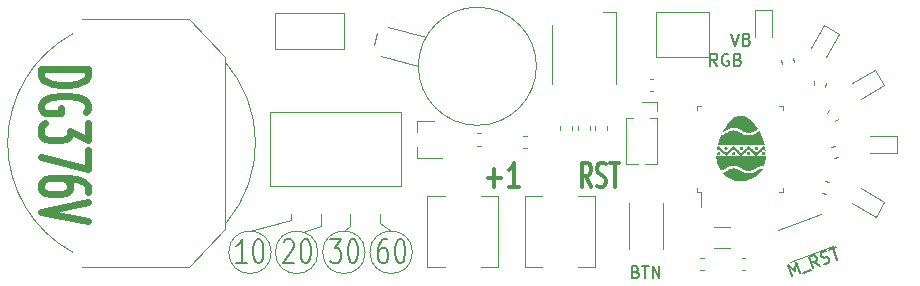
<source format=gbr>
%TF.GenerationSoftware,KiCad,Pcbnew,(5.99.0-1734-g575ad7128)*%
%TF.CreationDate,2020-06-02T15:09:08-04:00*%
%TF.ProjectId,DG376_KiCad,44473337-365f-44b6-9943-61642e6b6963,rev?*%
%TF.SameCoordinates,Original*%
%TF.FileFunction,Legend,Top*%
%TF.FilePolarity,Positive*%
%FSLAX46Y46*%
G04 Gerber Fmt 4.6, Leading zero omitted, Abs format (unit mm)*
G04 Created by KiCad (PCBNEW (5.99.0-1734-g575ad7128)) date 2020-06-02 15:09:08*
%MOMM*%
%LPD*%
G01*
G04 APERTURE LIST*
%ADD10C,0.600000*%
%ADD11C,0.150000*%
%ADD12C,0.325000*%
%ADD13C,0.350000*%
%ADD14C,0.120000*%
G04 APERTURE END LIST*
D10*
X72290476Y-53714285D02*
X76290476Y-53714285D01*
X76290476Y-54285714D01*
X76100000Y-54628571D01*
X75719047Y-54857142D01*
X75338095Y-54971428D01*
X74576190Y-55085714D01*
X74004761Y-55085714D01*
X73242857Y-54971428D01*
X72861904Y-54857142D01*
X72480952Y-54628571D01*
X72290476Y-54285714D01*
X72290476Y-53714285D01*
X76100000Y-57371428D02*
X76290476Y-57142857D01*
X76290476Y-56800000D01*
X76100000Y-56457142D01*
X75719047Y-56228571D01*
X75338095Y-56114285D01*
X74576190Y-56000000D01*
X74004761Y-56000000D01*
X73242857Y-56114285D01*
X72861904Y-56228571D01*
X72480952Y-56457142D01*
X72290476Y-56800000D01*
X72290476Y-57028571D01*
X72480952Y-57371428D01*
X72671428Y-57485714D01*
X74004761Y-57485714D01*
X74004761Y-57028571D01*
X76290476Y-58285714D02*
X76290476Y-59771428D01*
X74766666Y-58971428D01*
X74766666Y-59314285D01*
X74576190Y-59542857D01*
X74385714Y-59657142D01*
X74004761Y-59771428D01*
X73052380Y-59771428D01*
X72671428Y-59657142D01*
X72480952Y-59542857D01*
X72290476Y-59314285D01*
X72290476Y-58628571D01*
X72480952Y-58400000D01*
X72671428Y-58285714D01*
X76290476Y-60571428D02*
X76290476Y-62171428D01*
X72290476Y-61142857D01*
X76290476Y-64114285D02*
X76290476Y-63657142D01*
X76100000Y-63428571D01*
X75909523Y-63314285D01*
X75338095Y-63085714D01*
X74576190Y-62971428D01*
X73052380Y-62971428D01*
X72671428Y-63085714D01*
X72480952Y-63200000D01*
X72290476Y-63428571D01*
X72290476Y-63885714D01*
X72480952Y-64114285D01*
X72671428Y-64228571D01*
X73052380Y-64342857D01*
X74004761Y-64342857D01*
X74385714Y-64228571D01*
X74576190Y-64114285D01*
X74766666Y-63885714D01*
X74766666Y-63428571D01*
X74576190Y-63200000D01*
X74385714Y-63085714D01*
X74004761Y-62971428D01*
X76290476Y-65028571D02*
X72290476Y-65828571D01*
X76290476Y-66628571D01*
D11*
X122666666Y-70928571D02*
X122809523Y-70976190D01*
X122857142Y-71023809D01*
X122904761Y-71119047D01*
X122904761Y-71261904D01*
X122857142Y-71357142D01*
X122809523Y-71404761D01*
X122714285Y-71452380D01*
X122333333Y-71452380D01*
X122333333Y-70452380D01*
X122666666Y-70452380D01*
X122761904Y-70500000D01*
X122809523Y-70547619D01*
X122857142Y-70642857D01*
X122857142Y-70738095D01*
X122809523Y-70833333D01*
X122761904Y-70880952D01*
X122666666Y-70928571D01*
X122333333Y-70928571D01*
X123190476Y-70452380D02*
X123761904Y-70452380D01*
X123476190Y-71452380D02*
X123476190Y-70452380D01*
X124095238Y-71452380D02*
X124095238Y-70452380D01*
X124666666Y-71452380D01*
X124666666Y-70452380D01*
X135908217Y-71233569D02*
X135566197Y-70293876D01*
X136123728Y-70851079D01*
X136192658Y-70065863D01*
X136534679Y-71005555D01*
X136790988Y-71013617D02*
X137506944Y-70753030D01*
X138235075Y-70386662D02*
X137758977Y-70053196D01*
X137698107Y-70582102D02*
X137356087Y-69642409D01*
X137714065Y-69512116D01*
X137819847Y-69524290D01*
X137880881Y-69552750D01*
X137958201Y-69625958D01*
X138007061Y-69760200D01*
X137994887Y-69865981D01*
X137966427Y-69927015D01*
X137893219Y-70004336D01*
X137535241Y-70134629D01*
X138576766Y-70211621D02*
X138727295Y-70207508D01*
X138951031Y-70126075D01*
X139024239Y-70048754D01*
X139052699Y-69987720D01*
X139064873Y-69881939D01*
X139032300Y-69792445D01*
X138954979Y-69719237D01*
X138893945Y-69690776D01*
X138788164Y-69678602D01*
X138592888Y-69699002D01*
X138487107Y-69686828D01*
X138426073Y-69658367D01*
X138348753Y-69585159D01*
X138316179Y-69495665D01*
X138328353Y-69389884D01*
X138356814Y-69328850D01*
X138430022Y-69251529D01*
X138653758Y-69170096D01*
X138804287Y-69165983D01*
X139056483Y-69023516D02*
X139593451Y-68828076D01*
X139666987Y-69865488D02*
X139324967Y-68925796D01*
D12*
X118888095Y-63704761D02*
X118454761Y-62752380D01*
X118145238Y-63704761D02*
X118145238Y-61704761D01*
X118640476Y-61704761D01*
X118764285Y-61800000D01*
X118826190Y-61895238D01*
X118888095Y-62085714D01*
X118888095Y-62371428D01*
X118826190Y-62561904D01*
X118764285Y-62657142D01*
X118640476Y-62752380D01*
X118145238Y-62752380D01*
X119383333Y-63609523D02*
X119569047Y-63704761D01*
X119878571Y-63704761D01*
X120002380Y-63609523D01*
X120064285Y-63514285D01*
X120126190Y-63323809D01*
X120126190Y-63133333D01*
X120064285Y-62942857D01*
X120002380Y-62847619D01*
X119878571Y-62752380D01*
X119630952Y-62657142D01*
X119507142Y-62561904D01*
X119445238Y-62466666D01*
X119383333Y-62276190D01*
X119383333Y-62085714D01*
X119445238Y-61895238D01*
X119507142Y-61800000D01*
X119630952Y-61704761D01*
X119940476Y-61704761D01*
X120126190Y-61800000D01*
X120497619Y-61704761D02*
X121240476Y-61704761D01*
X120869047Y-63704761D02*
X120869047Y-61704761D01*
D13*
X110114285Y-62942857D02*
X111257142Y-62942857D01*
X110685714Y-63704761D02*
X110685714Y-62180952D01*
X112757142Y-63704761D02*
X111900000Y-63704761D01*
X112328571Y-63704761D02*
X112328571Y-61704761D01*
X112185714Y-61990476D01*
X112042857Y-62180952D01*
X111900000Y-62276190D01*
D11*
X129559523Y-53452380D02*
X129226190Y-52976190D01*
X128988095Y-53452380D02*
X128988095Y-52452380D01*
X129369047Y-52452380D01*
X129464285Y-52500000D01*
X129511904Y-52547619D01*
X129559523Y-52642857D01*
X129559523Y-52785714D01*
X129511904Y-52880952D01*
X129464285Y-52928571D01*
X129369047Y-52976190D01*
X128988095Y-52976190D01*
X130511904Y-52500000D02*
X130416666Y-52452380D01*
X130273809Y-52452380D01*
X130130952Y-52500000D01*
X130035714Y-52595238D01*
X129988095Y-52690476D01*
X129940476Y-52880952D01*
X129940476Y-53023809D01*
X129988095Y-53214285D01*
X130035714Y-53309523D01*
X130130952Y-53404761D01*
X130273809Y-53452380D01*
X130369047Y-53452380D01*
X130511904Y-53404761D01*
X130559523Y-53357142D01*
X130559523Y-53023809D01*
X130369047Y-53023809D01*
X131321428Y-52928571D02*
X131464285Y-52976190D01*
X131511904Y-53023809D01*
X131559523Y-53119047D01*
X131559523Y-53261904D01*
X131511904Y-53357142D01*
X131464285Y-53404761D01*
X131369047Y-53452380D01*
X130988095Y-53452380D01*
X130988095Y-52452380D01*
X131321428Y-52452380D01*
X131416666Y-52500000D01*
X131464285Y-52547619D01*
X131511904Y-52642857D01*
X131511904Y-52738095D01*
X131464285Y-52833333D01*
X131416666Y-52880952D01*
X131321428Y-52928571D01*
X130988095Y-52928571D01*
X130766666Y-50752380D02*
X131100000Y-51752380D01*
X131433333Y-50752380D01*
X132100000Y-51228571D02*
X132242857Y-51276190D01*
X132290476Y-51323809D01*
X132338095Y-51419047D01*
X132338095Y-51561904D01*
X132290476Y-51657142D01*
X132242857Y-51704761D01*
X132147619Y-51752380D01*
X131766666Y-51752380D01*
X131766666Y-50752380D01*
X132100000Y-50752380D01*
X132195238Y-50800000D01*
X132242857Y-50847619D01*
X132290476Y-50942857D01*
X132290476Y-51038095D01*
X132242857Y-51133333D01*
X132195238Y-51180952D01*
X132100000Y-51228571D01*
X131766666Y-51228571D01*
D14*
X98500000Y-66000000D02*
X98500000Y-67000000D01*
X93500000Y-66500000D02*
X93500000Y-66000000D01*
X90000000Y-67450000D02*
X93500000Y-66500000D01*
X97950000Y-67450000D02*
X98500000Y-67000000D01*
X101000000Y-66750000D02*
X101000000Y-66000000D01*
X101950000Y-67450000D02*
X101000000Y-66750000D01*
X96000000Y-67000000D02*
X96000000Y-66000000D01*
X94500000Y-67500000D02*
X96000000Y-67000000D01*
X103750000Y-69250000D02*
G75*
G03*
X103750000Y-69250000I-1800000J0D01*
G01*
X99750000Y-69250000D02*
G75*
G03*
X99750000Y-69250000I-1800000J0D01*
G01*
X95750000Y-69250000D02*
G75*
G03*
X95750000Y-69250000I-1800000J0D01*
G01*
X91800000Y-69250000D02*
G75*
G03*
X91800000Y-69250000I-1800000J0D01*
G01*
D11*
X89714285Y-70154761D02*
X88857142Y-70154761D01*
X89285714Y-70154761D02*
X89285714Y-68154761D01*
X89142857Y-68440476D01*
X89000000Y-68630952D01*
X88857142Y-68726190D01*
X90642857Y-68154761D02*
X90785714Y-68154761D01*
X90928571Y-68250000D01*
X91000000Y-68345238D01*
X91071428Y-68535714D01*
X91142857Y-68916666D01*
X91142857Y-69392857D01*
X91071428Y-69773809D01*
X91000000Y-69964285D01*
X90928571Y-70059523D01*
X90785714Y-70154761D01*
X90642857Y-70154761D01*
X90500000Y-70059523D01*
X90428571Y-69964285D01*
X90357142Y-69773809D01*
X90285714Y-69392857D01*
X90285714Y-68916666D01*
X90357142Y-68535714D01*
X90428571Y-68345238D01*
X90500000Y-68250000D01*
X90642857Y-68154761D01*
X92857142Y-68345238D02*
X92928571Y-68250000D01*
X93071428Y-68154761D01*
X93428571Y-68154761D01*
X93571428Y-68250000D01*
X93642857Y-68345238D01*
X93714285Y-68535714D01*
X93714285Y-68726190D01*
X93642857Y-69011904D01*
X92785714Y-70154761D01*
X93714285Y-70154761D01*
X94642857Y-68154761D02*
X94785714Y-68154761D01*
X94928571Y-68250000D01*
X95000000Y-68345238D01*
X95071428Y-68535714D01*
X95142857Y-68916666D01*
X95142857Y-69392857D01*
X95071428Y-69773809D01*
X95000000Y-69964285D01*
X94928571Y-70059523D01*
X94785714Y-70154761D01*
X94642857Y-70154761D01*
X94500000Y-70059523D01*
X94428571Y-69964285D01*
X94357142Y-69773809D01*
X94285714Y-69392857D01*
X94285714Y-68916666D01*
X94357142Y-68535714D01*
X94428571Y-68345238D01*
X94500000Y-68250000D01*
X94642857Y-68154761D01*
X96785714Y-68154761D02*
X97714285Y-68154761D01*
X97214285Y-68916666D01*
X97428571Y-68916666D01*
X97571428Y-69011904D01*
X97642857Y-69107142D01*
X97714285Y-69297619D01*
X97714285Y-69773809D01*
X97642857Y-69964285D01*
X97571428Y-70059523D01*
X97428571Y-70154761D01*
X97000000Y-70154761D01*
X96857142Y-70059523D01*
X96785714Y-69964285D01*
X98642857Y-68154761D02*
X98785714Y-68154761D01*
X98928571Y-68250000D01*
X99000000Y-68345238D01*
X99071428Y-68535714D01*
X99142857Y-68916666D01*
X99142857Y-69392857D01*
X99071428Y-69773809D01*
X99000000Y-69964285D01*
X98928571Y-70059523D01*
X98785714Y-70154761D01*
X98642857Y-70154761D01*
X98500000Y-70059523D01*
X98428571Y-69964285D01*
X98357142Y-69773809D01*
X98285714Y-69392857D01*
X98285714Y-68916666D01*
X98357142Y-68535714D01*
X98428571Y-68345238D01*
X98500000Y-68250000D01*
X98642857Y-68154761D01*
X101571428Y-68154761D02*
X101285714Y-68154761D01*
X101142857Y-68250000D01*
X101071428Y-68345238D01*
X100928571Y-68630952D01*
X100857142Y-69011904D01*
X100857142Y-69773809D01*
X100928571Y-69964285D01*
X101000000Y-70059523D01*
X101142857Y-70154761D01*
X101428571Y-70154761D01*
X101571428Y-70059523D01*
X101642857Y-69964285D01*
X101714285Y-69773809D01*
X101714285Y-69297619D01*
X101642857Y-69107142D01*
X101571428Y-69011904D01*
X101428571Y-68916666D01*
X101142857Y-68916666D01*
X101000000Y-69011904D01*
X100928571Y-69107142D01*
X100857142Y-69297619D01*
X102642857Y-68154761D02*
X102785714Y-68154761D01*
X102928571Y-68250000D01*
X103000000Y-68345238D01*
X103071428Y-68535714D01*
X103142857Y-68916666D01*
X103142857Y-69392857D01*
X103071428Y-69773809D01*
X103000000Y-69964285D01*
X102928571Y-70059523D01*
X102785714Y-70154761D01*
X102642857Y-70154761D01*
X102500000Y-70059523D01*
X102428571Y-69964285D01*
X102357142Y-69773809D01*
X102285714Y-69392857D01*
X102285714Y-68916666D01*
X102357142Y-68535714D01*
X102428571Y-68345238D01*
X102500000Y-68250000D01*
X102642857Y-68154761D01*
D14*
X75000001Y-69249999D02*
G75*
G02*
X75000001Y-50750001I4999999J9249999D01*
G01*
X87882419Y-53113060D02*
G75*
G02*
X87999999Y-66749999I-7882419J-6886940D01*
G01*
%TO.C,G\u002A\u002A\u002A*%
G36*
X131048627Y-62156083D02*
G01*
X131174040Y-62175922D01*
X131291453Y-62210903D01*
X131358630Y-62240286D01*
X131388141Y-62256291D01*
X131430365Y-62280765D01*
X131479996Y-62310566D01*
X131531729Y-62342549D01*
X131539445Y-62347406D01*
X131640230Y-62408800D01*
X131729194Y-62457492D01*
X131810624Y-62494925D01*
X131888803Y-62522543D01*
X131968017Y-62541788D01*
X132052550Y-62554104D01*
X132146687Y-62560933D01*
X132176944Y-62562111D01*
X132302939Y-62562285D01*
X132416154Y-62553119D01*
X132521194Y-62533275D01*
X132622667Y-62501412D01*
X132725179Y-62456191D01*
X132833337Y-62396273D01*
X132907511Y-62349683D01*
X132959224Y-62317075D01*
X133014819Y-62283798D01*
X133065914Y-62254799D01*
X133090034Y-62241966D01*
X133139235Y-62219591D01*
X133195205Y-62198602D01*
X133252473Y-62180592D01*
X133305570Y-62167154D01*
X133349027Y-62159881D01*
X133372995Y-62159549D01*
X133399361Y-62162954D01*
X133350653Y-62242648D01*
X133242607Y-62400626D01*
X133115155Y-62553336D01*
X132970080Y-62698748D01*
X132883321Y-62774963D01*
X132722549Y-62896500D01*
X132551140Y-63000189D01*
X132368331Y-63086378D01*
X132173361Y-63155421D01*
X131965469Y-63207666D01*
X131926878Y-63215264D01*
X131892292Y-63219956D01*
X131841879Y-63224386D01*
X131779909Y-63228409D01*
X131710651Y-63231878D01*
X131638374Y-63234646D01*
X131567347Y-63236568D01*
X131501839Y-63237496D01*
X131446120Y-63237283D01*
X131404458Y-63235785D01*
X131385654Y-63233842D01*
X131361963Y-63230077D01*
X131324773Y-63224474D01*
X131281809Y-63218194D01*
X131278481Y-63217716D01*
X131093931Y-63181035D01*
X130909672Y-63124724D01*
X130729290Y-63050331D01*
X130556375Y-62959406D01*
X130394514Y-62853496D01*
X130340718Y-62812845D01*
X130311336Y-62788521D01*
X130274148Y-62755863D01*
X130232018Y-62717604D01*
X130187813Y-62676476D01*
X130144397Y-62635211D01*
X130104637Y-62596540D01*
X130071396Y-62563197D01*
X130047542Y-62537912D01*
X130035939Y-62523418D01*
X130035275Y-62521618D01*
X130044499Y-62514546D01*
X130067614Y-62505178D01*
X130077962Y-62501870D01*
X130128044Y-62482522D01*
X130194175Y-62449755D01*
X130275892Y-62403817D01*
X130372732Y-62344957D01*
X130388945Y-62334769D01*
X130454166Y-62294057D01*
X130505804Y-62263125D01*
X130548088Y-62239821D01*
X130585242Y-62221996D01*
X130621494Y-62207497D01*
X130661069Y-62194176D01*
X130671803Y-62190831D01*
X130792766Y-62163196D01*
X130919955Y-62151727D01*
X131048627Y-62156083D01*
G37*
G36*
X133686569Y-61238587D02*
G01*
X133671073Y-61376527D01*
X133642592Y-61525482D01*
X133602283Y-61680356D01*
X133551298Y-61836052D01*
X133551289Y-61836076D01*
X133518286Y-61927173D01*
X133435282Y-61930426D01*
X133334532Y-61937426D01*
X133242692Y-61951040D01*
X133155649Y-61972722D01*
X133069289Y-62003924D01*
X132979496Y-62046101D01*
X132882157Y-62100706D01*
X132789621Y-62158488D01*
X132695174Y-62216776D01*
X132611276Y-62261738D01*
X132533202Y-62295085D01*
X132456229Y-62318529D01*
X132375631Y-62333783D01*
X132286683Y-62342557D01*
X132280549Y-62342941D01*
X132223849Y-62344319D01*
X132160498Y-62342778D01*
X132109072Y-62339086D01*
X131983116Y-62315313D01*
X131859189Y-62270692D01*
X131742418Y-62208623D01*
X131689081Y-62175786D01*
X131631697Y-62140467D01*
X131578927Y-62107997D01*
X131554061Y-62092702D01*
X131445051Y-62032379D01*
X131337364Y-61987447D01*
X131226052Y-61956569D01*
X131106171Y-61938410D01*
X130972772Y-61931635D01*
X130956962Y-61931527D01*
X130847354Y-61934133D01*
X130751739Y-61943301D01*
X130663418Y-61960008D01*
X130575689Y-61985231D01*
X130565781Y-61988570D01*
X130517766Y-62006254D01*
X130471424Y-62026476D01*
X130422488Y-62051484D01*
X130366694Y-62083528D01*
X130299777Y-62124855D01*
X130263907Y-62147717D01*
X130182649Y-62198753D01*
X130115081Y-62238481D01*
X130057863Y-62268612D01*
X130007658Y-62290855D01*
X129961127Y-62306923D01*
X129943878Y-62311723D01*
X129906158Y-62320354D01*
X129884008Y-62321839D01*
X129872874Y-62316400D01*
X129872039Y-62315260D01*
X129843586Y-62269673D01*
X129809298Y-62210842D01*
X129772484Y-62144835D01*
X129736454Y-62077721D01*
X129704518Y-62015570D01*
X129679984Y-61964450D01*
X129676575Y-61956810D01*
X129622466Y-61820338D01*
X129575493Y-61675351D01*
X129537250Y-61528032D01*
X129509331Y-61384562D01*
X129493329Y-61251124D01*
X129492809Y-61243946D01*
X129485529Y-61139452D01*
X133693107Y-61139452D01*
X133686569Y-61238587D01*
G37*
G36*
X130997945Y-60284166D02*
G01*
X131072778Y-60354422D01*
X131149444Y-60426174D01*
X131225356Y-60497017D01*
X131297926Y-60564546D01*
X131364568Y-60626357D01*
X131422693Y-60680045D01*
X131469715Y-60723204D01*
X131495734Y-60746853D01*
X131589160Y-60831173D01*
X131704433Y-60726249D01*
X131751398Y-60683221D01*
X131808604Y-60630383D01*
X131870732Y-60572669D01*
X131932466Y-60515015D01*
X131975106Y-60474976D01*
X132043518Y-60410663D01*
X132098096Y-60359705D01*
X132140521Y-60320668D01*
X132172473Y-60292118D01*
X132195635Y-60272620D01*
X132211686Y-60260739D01*
X132222307Y-60255042D01*
X132229180Y-60254094D01*
X132232472Y-60255368D01*
X132242706Y-60264028D01*
X132266895Y-60285636D01*
X132303266Y-60318574D01*
X132350049Y-60361227D01*
X132405470Y-60411977D01*
X132467757Y-60469208D01*
X132535139Y-60531304D01*
X132550928Y-60545880D01*
X132618946Y-60608441D01*
X132682120Y-60666066D01*
X132738711Y-60717206D01*
X132786985Y-60760313D01*
X132825204Y-60793840D01*
X132851633Y-60816239D01*
X132864534Y-60825962D01*
X132865435Y-60826233D01*
X132874826Y-60818487D01*
X132898031Y-60797799D01*
X132933203Y-60765861D01*
X132978492Y-60724365D01*
X133032051Y-60675004D01*
X133092032Y-60619469D01*
X133144872Y-60570362D01*
X133210531Y-60509315D01*
X133272825Y-60451532D01*
X133329606Y-60398999D01*
X133378726Y-60353695D01*
X133418035Y-60317605D01*
X133445387Y-60292709D01*
X133456558Y-60282752D01*
X133496534Y-60248072D01*
X133559569Y-60302898D01*
X133622605Y-60357725D01*
X133646065Y-60499411D01*
X133655066Y-60553465D01*
X133663073Y-60600980D01*
X133669307Y-60637375D01*
X133672989Y-60658070D01*
X133673336Y-60659848D01*
X133667724Y-60660661D01*
X133649608Y-60648728D01*
X133621884Y-60626208D01*
X133590631Y-60598224D01*
X133555025Y-60565784D01*
X133524991Y-60539615D01*
X133504048Y-60522706D01*
X133496072Y-60517848D01*
X133486193Y-60524865D01*
X133463196Y-60544469D01*
X133429508Y-60574486D01*
X133387556Y-60612748D01*
X133339767Y-60657081D01*
X133325369Y-60670570D01*
X133262823Y-60729000D01*
X133192682Y-60794038D01*
X133121144Y-60859967D01*
X133054410Y-60921069D01*
X133012032Y-60959573D01*
X132861354Y-61095855D01*
X132796915Y-61040031D01*
X132779154Y-61024554D01*
X132760849Y-61008358D01*
X132740368Y-60989930D01*
X132716077Y-60967756D01*
X132686346Y-60940323D01*
X132649539Y-60906117D01*
X132604027Y-60863624D01*
X132548174Y-60811331D01*
X132480350Y-60747725D01*
X132398921Y-60671291D01*
X132378179Y-60651815D01*
X132333105Y-60609798D01*
X132293137Y-60573120D01*
X132260998Y-60544233D01*
X132239410Y-60525589D01*
X132231431Y-60519642D01*
X132220744Y-60525388D01*
X132197168Y-60543539D01*
X132163430Y-60571817D01*
X132122259Y-60607947D01*
X132083718Y-60642891D01*
X132031491Y-60690927D01*
X131968717Y-60748693D01*
X131900605Y-60811393D01*
X131832368Y-60874228D01*
X131769217Y-60932403D01*
X131767257Y-60934208D01*
X131588727Y-61098712D01*
X131484762Y-61003871D01*
X131434930Y-60958225D01*
X131380608Y-60908166D01*
X131329076Y-60860414D01*
X131294809Y-60828448D01*
X131211930Y-60750951D01*
X131143186Y-60687104D01*
X131087220Y-60635741D01*
X131042676Y-60595698D01*
X131008199Y-60565808D01*
X130982433Y-60544905D01*
X130964023Y-60531824D01*
X130951613Y-60525399D01*
X130943847Y-60524465D01*
X130942106Y-60525144D01*
X130930217Y-60534661D01*
X130905048Y-60556774D01*
X130868918Y-60589376D01*
X130824146Y-60630362D01*
X130773051Y-60677627D01*
X130731772Y-60716119D01*
X130657232Y-60785841D01*
X130596287Y-60842785D01*
X130546896Y-60888831D01*
X130507020Y-60925863D01*
X130474617Y-60955762D01*
X130447647Y-60980412D01*
X130424070Y-61001694D01*
X130401844Y-61021490D01*
X130378929Y-61041684D01*
X130376948Y-61043423D01*
X130316722Y-61096280D01*
X130177389Y-60970503D01*
X130124325Y-60922256D01*
X130061046Y-60864170D01*
X129992878Y-60801170D01*
X129925148Y-60738176D01*
X129864430Y-60681287D01*
X129813723Y-60633923D01*
X129768037Y-60591948D01*
X129729726Y-60557467D01*
X129701141Y-60532584D01*
X129684634Y-60519403D01*
X129681735Y-60517848D01*
X129670697Y-60524780D01*
X129647777Y-60543560D01*
X129616529Y-60571163D01*
X129586982Y-60598453D01*
X129553086Y-60629074D01*
X129526317Y-60650813D01*
X129509491Y-60661547D01*
X129505170Y-60660077D01*
X129508303Y-60642791D01*
X129514133Y-60608944D01*
X129521878Y-60563125D01*
X129530758Y-60509925D01*
X129532501Y-60499411D01*
X129555961Y-60357725D01*
X129682855Y-60247355D01*
X129706343Y-60268119D01*
X129719632Y-60280200D01*
X129746373Y-60304778D01*
X129784312Y-60339764D01*
X129831192Y-60383071D01*
X129884760Y-60432611D01*
X129942760Y-60486296D01*
X130002937Y-60542038D01*
X130063035Y-60597749D01*
X130120800Y-60651341D01*
X130173976Y-60700727D01*
X130220308Y-60743818D01*
X130246273Y-60768010D01*
X130278873Y-60798081D01*
X130300043Y-60815504D01*
X130314022Y-60822252D01*
X130325051Y-60820302D01*
X130337371Y-60811627D01*
X130338315Y-60810879D01*
X130351938Y-60799042D01*
X130379226Y-60774458D01*
X130418152Y-60738983D01*
X130466690Y-60694475D01*
X130522816Y-60642789D01*
X130584502Y-60585781D01*
X130631373Y-60542344D01*
X130696060Y-60482444D01*
X130756875Y-60426358D01*
X130811750Y-60375976D01*
X130858615Y-60333188D01*
X130895402Y-60299886D01*
X130920042Y-60277959D01*
X130929031Y-60270331D01*
X130958547Y-60247114D01*
X130997945Y-60284166D01*
G37*
G36*
X129721768Y-60760163D02*
G01*
X129769312Y-60778534D01*
X129806095Y-60811100D01*
X129829660Y-60853249D01*
X129837552Y-60900369D01*
X129827313Y-60947846D01*
X129824713Y-60953421D01*
X129791299Y-61000378D01*
X129748279Y-61029198D01*
X129698466Y-61038858D01*
X129644672Y-61028338D01*
X129632563Y-61023204D01*
X129589814Y-60992662D01*
X129563401Y-60950449D01*
X129554490Y-60900039D01*
X129564250Y-60844906D01*
X129568710Y-60833222D01*
X129593816Y-60798601D01*
X129632914Y-60772933D01*
X129679356Y-60759391D01*
X129721768Y-60760163D01*
G37*
G36*
X131003672Y-60764799D02*
G01*
X131046530Y-60788845D01*
X131081284Y-60828523D01*
X131088847Y-60842142D01*
X131102001Y-60890569D01*
X131096233Y-60939120D01*
X131073473Y-60982964D01*
X131035653Y-61017270D01*
X131014452Y-61028219D01*
X130968379Y-61041407D01*
X130926900Y-61037763D01*
X130892491Y-61023332D01*
X130852316Y-60991066D01*
X130827487Y-60947463D01*
X130819415Y-60897473D01*
X130829509Y-60846043D01*
X130837221Y-60829311D01*
X130869483Y-60788640D01*
X130910847Y-60764477D01*
X130957010Y-60756603D01*
X131003672Y-60764799D01*
G37*
G36*
X132274910Y-60768857D02*
G01*
X132316715Y-60794692D01*
X132343929Y-60833577D01*
X132359170Y-60886850D01*
X132355526Y-60938021D01*
X132334318Y-60982946D01*
X132296867Y-61017483D01*
X132282874Y-61025099D01*
X132235843Y-61040540D01*
X132191755Y-61038199D01*
X132161750Y-61027762D01*
X132118250Y-60999225D01*
X132090667Y-60961324D01*
X132078142Y-60918032D01*
X132079813Y-60873324D01*
X132094820Y-60831173D01*
X132122301Y-60795555D01*
X132161396Y-60770444D01*
X132211244Y-60759813D01*
X132219808Y-60759715D01*
X132274910Y-60768857D01*
G37*
G36*
X133538913Y-60771261D02*
G01*
X133544455Y-60773634D01*
X133581246Y-60794471D01*
X133603474Y-60820124D01*
X133609856Y-60833222D01*
X133623630Y-60888751D01*
X133618630Y-60940247D01*
X133596035Y-60984203D01*
X133557029Y-61017112D01*
X133546003Y-61022686D01*
X133504078Y-61038227D01*
X133469703Y-61040808D01*
X133433661Y-61030819D01*
X133426391Y-61027762D01*
X133382606Y-60998470D01*
X133353990Y-60958232D01*
X133341247Y-60911713D01*
X133345080Y-60863578D01*
X133366193Y-60818490D01*
X133390820Y-60791917D01*
X133436491Y-60764511D01*
X133485127Y-60757713D01*
X133538913Y-60771261D01*
G37*
G36*
X130347053Y-60312220D02*
G01*
X130387992Y-60334669D01*
X130420245Y-60365297D01*
X130428821Y-60378845D01*
X130440487Y-60420934D01*
X130440123Y-60469805D01*
X130427964Y-60514664D01*
X130425745Y-60519223D01*
X130404403Y-60544216D01*
X130370761Y-60568208D01*
X130333535Y-60585993D01*
X130303207Y-60592399D01*
X130284106Y-60588168D01*
X130254949Y-60577518D01*
X130242293Y-60572042D01*
X130200149Y-60543214D01*
X130173983Y-60505163D01*
X130162856Y-60461826D01*
X130165826Y-60417140D01*
X130181953Y-60375040D01*
X130210297Y-60339465D01*
X130249917Y-60314351D01*
X130299872Y-60303634D01*
X130306449Y-60303502D01*
X130347053Y-60312220D01*
G37*
G36*
X131632706Y-60312256D02*
G01*
X131674986Y-60335072D01*
X131707507Y-60366783D01*
X131714897Y-60378845D01*
X131726563Y-60420934D01*
X131726199Y-60469805D01*
X131714040Y-60514664D01*
X131711821Y-60519223D01*
X131683388Y-60552959D01*
X131641778Y-60576925D01*
X131594133Y-60588176D01*
X131552219Y-60585052D01*
X131507766Y-60563621D01*
X131474328Y-60527688D01*
X131454061Y-60482267D01*
X131449115Y-60432372D01*
X131461646Y-60383018D01*
X131463669Y-60378845D01*
X131490826Y-60345265D01*
X131530713Y-60318798D01*
X131574715Y-60304611D01*
X131589283Y-60303502D01*
X131632706Y-60312256D01*
G37*
G36*
X132952970Y-60321570D02*
G01*
X132992294Y-60350966D01*
X133011690Y-60378845D01*
X133023189Y-60420016D01*
X133023379Y-60467995D01*
X133012409Y-60511475D01*
X133009873Y-60516789D01*
X132978403Y-60556254D01*
X132935413Y-60580155D01*
X132885441Y-60587126D01*
X132833025Y-60575802D01*
X132825163Y-60572408D01*
X132781470Y-60541884D01*
X132755271Y-60499060D01*
X132746909Y-60446039D01*
X132755001Y-60393865D01*
X132780317Y-60352777D01*
X132810117Y-60327938D01*
X132856204Y-60308623D01*
X132905714Y-60306978D01*
X132952970Y-60321570D01*
G37*
G36*
X131070467Y-58944802D02*
G01*
X131178115Y-58962305D01*
X131276259Y-58989714D01*
X131346091Y-59019172D01*
X131369776Y-59032392D01*
X131406988Y-59054541D01*
X131453261Y-59082902D01*
X131504128Y-59114760D01*
X131522927Y-59126703D01*
X131632206Y-59193411D01*
X131730608Y-59246272D01*
X131822374Y-59286630D01*
X131911746Y-59315830D01*
X132002966Y-59335219D01*
X132100276Y-59346140D01*
X132207919Y-59349940D01*
X132226962Y-59349976D01*
X132365875Y-59343885D01*
X132491591Y-59325241D01*
X132609269Y-59292558D01*
X132724070Y-59244348D01*
X132841154Y-59179122D01*
X132859470Y-59167628D01*
X132914704Y-59132936D01*
X132969919Y-59099042D01*
X133021913Y-59067827D01*
X133067484Y-59041173D01*
X133103431Y-59020963D01*
X133126553Y-59009078D01*
X133133212Y-59006709D01*
X133140466Y-59015998D01*
X133154769Y-59041725D01*
X133174600Y-59080682D01*
X133198441Y-59129657D01*
X133224772Y-59185442D01*
X133252074Y-59244828D01*
X133278826Y-59304604D01*
X133303511Y-59361562D01*
X133320447Y-59402204D01*
X133369172Y-59525892D01*
X133416856Y-59654616D01*
X133461993Y-59783863D01*
X133503070Y-59909118D01*
X133538580Y-60025867D01*
X133567013Y-60129598D01*
X133576166Y-60166857D01*
X133583109Y-60196329D01*
X129595457Y-60196329D01*
X129602400Y-60166857D01*
X129621986Y-60090993D01*
X129648230Y-60000079D01*
X129679547Y-59898849D01*
X129714352Y-59792040D01*
X129751060Y-59684386D01*
X129788087Y-59580624D01*
X129823846Y-59485488D01*
X129856754Y-59403714D01*
X129861838Y-59391745D01*
X129882712Y-59343048D01*
X129977749Y-59319194D01*
X130068685Y-59290121D01*
X130170638Y-59246237D01*
X130280637Y-59188973D01*
X130395707Y-59119758D01*
X130405021Y-59113761D01*
X130488077Y-59061913D01*
X130559735Y-59022072D01*
X130624917Y-58992345D01*
X130688542Y-58970840D01*
X130755531Y-58955664D01*
X130830803Y-58944926D01*
X130849111Y-58942956D01*
X130958928Y-58938065D01*
X131070467Y-58944802D01*
G37*
G36*
X131699781Y-57689901D02*
G01*
X131800315Y-57704065D01*
X131897630Y-57729779D01*
X131998468Y-57768665D01*
X132066203Y-57800340D01*
X132171270Y-57859500D01*
X132281651Y-57934984D01*
X132393703Y-58023643D01*
X132503781Y-58122331D01*
X132608243Y-58227898D01*
X132703443Y-58337196D01*
X132737217Y-58380081D01*
X132765841Y-58418588D01*
X132799541Y-58465547D01*
X132836421Y-58518134D01*
X132874583Y-58573522D01*
X132912130Y-58628888D01*
X132947164Y-58681407D01*
X132977789Y-58728253D01*
X133002105Y-58766602D01*
X133018217Y-58793630D01*
X133024227Y-58806512D01*
X133024068Y-58807129D01*
X133013362Y-58813557D01*
X132989106Y-58827404D01*
X132956501Y-58845700D01*
X132955739Y-58846125D01*
X132921580Y-58865866D01*
X132875295Y-58893587D01*
X132822802Y-58925702D01*
X132770021Y-58958621D01*
X132766892Y-58960595D01*
X132681587Y-59012010D01*
X132607127Y-59051105D01*
X132538618Y-59080110D01*
X132471166Y-59101255D01*
X132443599Y-59107964D01*
X132374695Y-59119493D01*
X132293542Y-59126807D01*
X132208987Y-59129510D01*
X132129873Y-59127201D01*
X132092996Y-59123786D01*
X132022225Y-59112602D01*
X131955931Y-59096081D01*
X131890008Y-59072521D01*
X131820347Y-59040216D01*
X131742841Y-58997464D01*
X131653384Y-58942560D01*
X131648228Y-58939276D01*
X131545339Y-58876127D01*
X131453821Y-58826063D01*
X131369296Y-58787630D01*
X131287387Y-58759374D01*
X131203716Y-58739841D01*
X131113904Y-58727577D01*
X131013574Y-58721126D01*
X130989114Y-58720327D01*
X130877188Y-58719862D01*
X130780621Y-58725793D01*
X130694074Y-58738949D01*
X130612207Y-58760158D01*
X130529680Y-58790248D01*
X130524618Y-58792343D01*
X130496461Y-58804536D01*
X130467722Y-58818173D01*
X130435848Y-58834706D01*
X130398285Y-58855589D01*
X130352480Y-58882274D01*
X130295880Y-58916214D01*
X130225931Y-58958860D01*
X130151864Y-59004401D01*
X130111585Y-59028211D01*
X130072741Y-59049480D01*
X130043399Y-59063802D01*
X130042190Y-59064313D01*
X130003479Y-59080488D01*
X130040602Y-59006771D01*
X130087378Y-58919343D01*
X130144983Y-58820435D01*
X130210320Y-58714863D01*
X130280294Y-58607444D01*
X130351808Y-58502994D01*
X130421766Y-58406327D01*
X130453299Y-58364862D01*
X130558730Y-58239251D01*
X130674225Y-58120615D01*
X130796422Y-58011778D01*
X130921954Y-57915567D01*
X131047457Y-57834810D01*
X131145976Y-57783042D01*
X131257373Y-57737266D01*
X131365999Y-57706869D01*
X131479254Y-57690226D01*
X131589283Y-57685666D01*
X131699781Y-57689901D01*
G37*
%TO.C,SW3*%
X102800000Y-57400000D02*
X91700000Y-57400000D01*
X91700000Y-63600000D02*
X102800000Y-63600000D01*
X91700000Y-63600000D02*
X91700000Y-57400000D01*
X102800000Y-57400000D02*
X102800000Y-63600000D01*
%TO.C,SW7*%
X128850000Y-48915000D02*
X124350000Y-48915000D01*
X128850000Y-52685000D02*
X124350000Y-52685000D01*
X128850000Y-52685000D02*
X128850000Y-48915000D01*
X124350000Y-48915000D02*
X124350000Y-52685000D01*
%TO.C,R7*%
X138723986Y-55248867D02*
X138780518Y-54928255D01*
X137719482Y-55071745D02*
X137776014Y-54751133D01*
%TO.C,R6*%
X139552369Y-58168880D02*
X139782574Y-57938675D01*
X138831120Y-57447631D02*
X139061325Y-57217426D01*
%TO.C,R4*%
X139474765Y-61284752D02*
X139789230Y-61200492D01*
X139210770Y-60299508D02*
X139525235Y-60215248D01*
%TO.C,R3*%
X138460770Y-64200492D02*
X138775235Y-64284752D01*
X138724765Y-63215248D02*
X139039230Y-63299508D01*
%TO.C,C3*%
X123837221Y-55610000D02*
X124162779Y-55610000D01*
X123837221Y-54590000D02*
X124162779Y-54590000D01*
%TO.C,J1*%
X123150000Y-56490000D02*
X124480000Y-56490000D01*
X124480000Y-56490000D02*
X124480000Y-57250000D01*
X124480000Y-57885000D02*
X124480000Y-61755000D01*
X123457530Y-61755000D02*
X124480000Y-61755000D01*
X121820000Y-61755000D02*
X122842470Y-61755000D01*
X121820000Y-57885000D02*
X121820000Y-61755000D01*
X123910000Y-57885000D02*
X124480000Y-57885000D01*
X121820000Y-57885000D02*
X122390000Y-57885000D01*
%TO.C,Y1*%
X129325000Y-67125000D02*
X130675000Y-67125000D01*
X129325000Y-68875000D02*
X130675000Y-68875000D01*
%TO.C,U1*%
X128190000Y-64110000D02*
X128190000Y-65425000D01*
X127890000Y-64110000D02*
X128190000Y-64110000D01*
X127890000Y-63810000D02*
X127890000Y-64110000D01*
X127890000Y-56890000D02*
X128190000Y-56890000D01*
X127890000Y-57190000D02*
X127890000Y-56890000D01*
X135110000Y-64110000D02*
X134810000Y-64110000D01*
X135110000Y-63810000D02*
X135110000Y-64110000D01*
X135110000Y-56890000D02*
X134810000Y-56890000D01*
X135110000Y-57190000D02*
X135110000Y-56890000D01*
%TO.C,SW6*%
X122050000Y-65050000D02*
X122050000Y-68950000D01*
X124950000Y-68950000D02*
X124950000Y-65050000D01*
%TO.C,SW5*%
X138380302Y-66026612D02*
X134715501Y-67360491D01*
X135707360Y-70085600D02*
X139372161Y-68751721D01*
%TO.C,SW4*%
X113250000Y-64500000D02*
X114726000Y-64500000D01*
X119250000Y-64500000D02*
X117774000Y-64500000D01*
X119250000Y-70500000D02*
X117774000Y-70500000D01*
X113250000Y-70500000D02*
X114726000Y-70500000D01*
X113250000Y-70500000D02*
X113250000Y-64500000D01*
X119250000Y-70500000D02*
X119250000Y-64500000D01*
%TO.C,SW2*%
X111000000Y-70500000D02*
X109524000Y-70500000D01*
X105000000Y-70500000D02*
X106476000Y-70500000D01*
X105000000Y-64500000D02*
X106476000Y-64500000D01*
X111000000Y-64500000D02*
X109524000Y-64500000D01*
X111000000Y-64500000D02*
X111000000Y-70500000D01*
X105000000Y-64500000D02*
X105000000Y-70500000D01*
%TO.C,SW1*%
X92138000Y-49000000D02*
X97980000Y-49000000D01*
X92138000Y-52048000D02*
X92138000Y-49000000D01*
X97980000Y-52048000D02*
X92138000Y-52048000D01*
X97980000Y-49000000D02*
X97980000Y-52048000D01*
%TO.C,R12*%
X109237221Y-60210000D02*
X109562779Y-60210000D01*
X109237221Y-59190000D02*
X109562779Y-59190000D01*
%TO.C,R11*%
X113462779Y-59390000D02*
X113137221Y-59390000D01*
X113462779Y-60410000D02*
X113137221Y-60410000D01*
%TO.C,R10*%
X119240000Y-58587221D02*
X119240000Y-58912779D01*
X120260000Y-58587221D02*
X120260000Y-58912779D01*
%TO.C,R9*%
X117740000Y-58587221D02*
X117740000Y-58912779D01*
X118760000Y-58587221D02*
X118760000Y-58912779D01*
%TO.C,R8*%
X116240000Y-58587221D02*
X116240000Y-58912779D01*
X117260000Y-58587221D02*
X117260000Y-58912779D01*
%TO.C,R5*%
X136030518Y-53101745D02*
X135973986Y-52781133D01*
X135026014Y-53278867D02*
X134969482Y-52958255D01*
%TO.C,Q1*%
X104140000Y-58120000D02*
X105600000Y-58120000D01*
X104140000Y-61280000D02*
X106300000Y-61280000D01*
X104140000Y-61280000D02*
X104140000Y-60350000D01*
X104140000Y-58120000D02*
X104140000Y-59050000D01*
%TO.C,M1*%
X101070255Y-52623045D02*
X104259742Y-53477665D01*
X100794399Y-50708408D02*
X100531439Y-51689789D01*
X101727655Y-50169593D02*
X104917142Y-51024213D01*
X114250000Y-53500000D02*
G75*
G03*
X114250000Y-53500000I-5000000J0D01*
G01*
%TO.C,D6*%
X143721553Y-64962221D02*
X141742685Y-63819721D01*
X142986553Y-66235279D02*
X143721553Y-64962221D01*
X141007685Y-65092779D02*
X142986553Y-66235279D01*
%TO.C,D5*%
X132765000Y-48765000D02*
X132765000Y-51050000D01*
X134235000Y-48765000D02*
X132765000Y-48765000D01*
X134235000Y-51050000D02*
X134235000Y-48765000D01*
%TO.C,D4*%
X138612221Y-50003447D02*
X137469721Y-51982315D01*
X139885279Y-50738447D02*
X138612221Y-50003447D01*
X138742779Y-52717315D02*
X139885279Y-50738447D01*
%TO.C,D3*%
X142936553Y-53814721D02*
X140957685Y-54957221D01*
X143671553Y-55087779D02*
X142936553Y-53814721D01*
X141692685Y-56230279D02*
X143671553Y-55087779D01*
%TO.C,D2*%
X144797500Y-59365000D02*
X142512500Y-59365000D01*
X144797500Y-60835000D02*
X144797500Y-59365000D01*
X142512500Y-60835000D02*
X144797500Y-60835000D01*
%TO.C,D1*%
X115550000Y-55000000D02*
X115550000Y-50000000D01*
X119850000Y-48900000D02*
X120950000Y-48900000D01*
X120950000Y-48900000D02*
X120950000Y-55000000D01*
%TO.C,C2*%
X131950279Y-69740000D02*
X131624721Y-69740000D01*
X131950279Y-70760000D02*
X131624721Y-70760000D01*
%TO.C,C1*%
X128087221Y-70760000D02*
X128412779Y-70760000D01*
X128087221Y-69740000D02*
X128412779Y-69740000D01*
%TO.C,BT1*%
X87920000Y-67300000D02*
X84800000Y-70500000D01*
X87920000Y-52700000D02*
X84800000Y-49500000D01*
X87920000Y-52700000D02*
X87920000Y-67300000D01*
X84800000Y-70500000D02*
X75800000Y-70500000D01*
X75800000Y-49500000D02*
X84800000Y-49500000D01*
%TD*%
M02*

</source>
